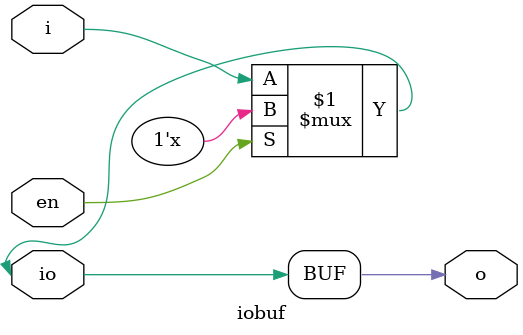
<source format=v>
/*
when en is high, io maps to o
when en is low, i maps to io and o
*/

module iobuf # (
	parameter WIDTH = 1
) (
	input					en,	// 3-State enable input
	input	[WIDTH - 1 : 0] i,	// buffer input
	output	[WIDTH - 1 : 0] o,	// buffer output
	inout	[WIDTH - 1 : 0] io	// buffer inout
);

genvar index;

generate
	for (index=0; index < WIDTH; index = index + 1) begin : iobuf_gen
		bufif0 (io[index], i[index], en);
		buf (o[index], io[index]);
	end
endgenerate

endmodule

</source>
